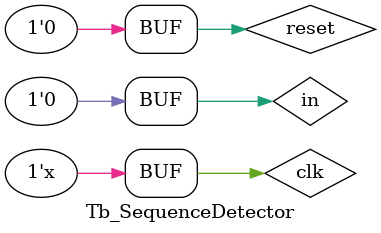
<source format=v>
`timescale 1ns / 1ps


module Tb_SequenceDetector(

    );
    reg reset,clk,in;
    wire out;
    EdgeDetectorCkt h1(clk,reset,in,out);
     initial
     begin
     clk=1'b0;
     end
     always #5 clk=~clk;
      initial
         begin
         reset=1'b1;
         #5
         reset=1'b0;
         in=1'b0;
         #3 in=1'b1;
         #5 in=1'b0;
         #3 in=1'b1;
         #5 in=1'b0;
         #5 in=1'b0;
         
         #3 in=1'b1;
         #5 in=1'b0;
         #3 in=1'b1;
         #5 in=1'b0;
         #5 in=1'b0;
         end
         
        
     
    
endmodule

</source>
